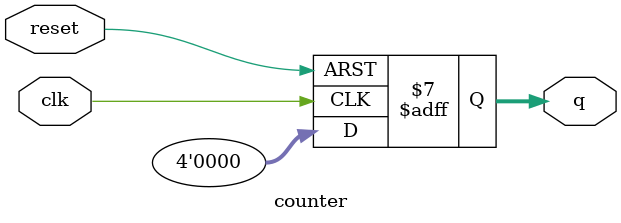
<source format=v>
module counter( 
    input clk,
    input reset,
    output reg [3:0] q
); 
// update q on the positive edge of the clock according to the following cases:
// on reset, assign q to 1
// else if q is 12, assign q to 1
// else, increment q by 1 
always@(posedge clk, posedge reset) begin
	if(reset == 1'b1)
		q <= 0;
	else begin
		if(counter == 750000)
			q <= 1; // q is 0
		else 
			q <= 0;
	end
end
endmodule

</source>
